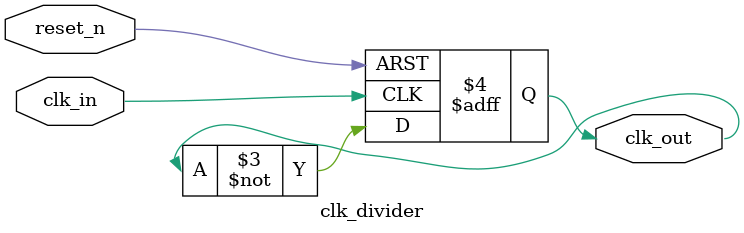
<source format=v>
module clk_divider (
    
    input wire clk_in,      
    input wire reset_n,     

    
    output reg clk_out      
);

    always @(posedge clk_in or negedge reset_n) begin
        if (!reset_n)
            clk_out <= 1'b0;
        else
            clk_out <= ~clk_out;
    end

endmodule
</source>
